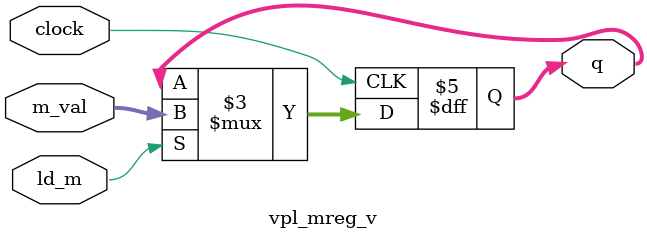
<source format=v>
module vpl_mreg_v(m_val,clock,ld_m,q);
	input[7:0] m_val;
	input ld_m,clock;
	output reg[7:0] q;
	
	always@(posedge clock)
		if(ld_m)
			q = m_val;
		else
			q = q;
endmodule

</source>
